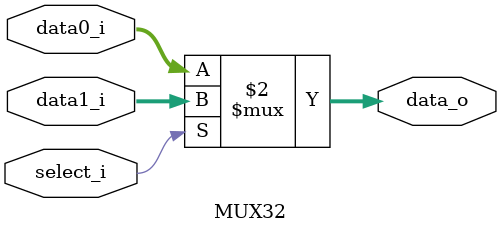
<source format=v>
module MUX32 (
    input  [31:0] data0_i,
    input  [31:0] data1_i,
    input         select_i,
    output [31:0] data_o
);
    assign data_o = (select_i == 0) ? data0_i : data1_i;
endmodule

</source>
